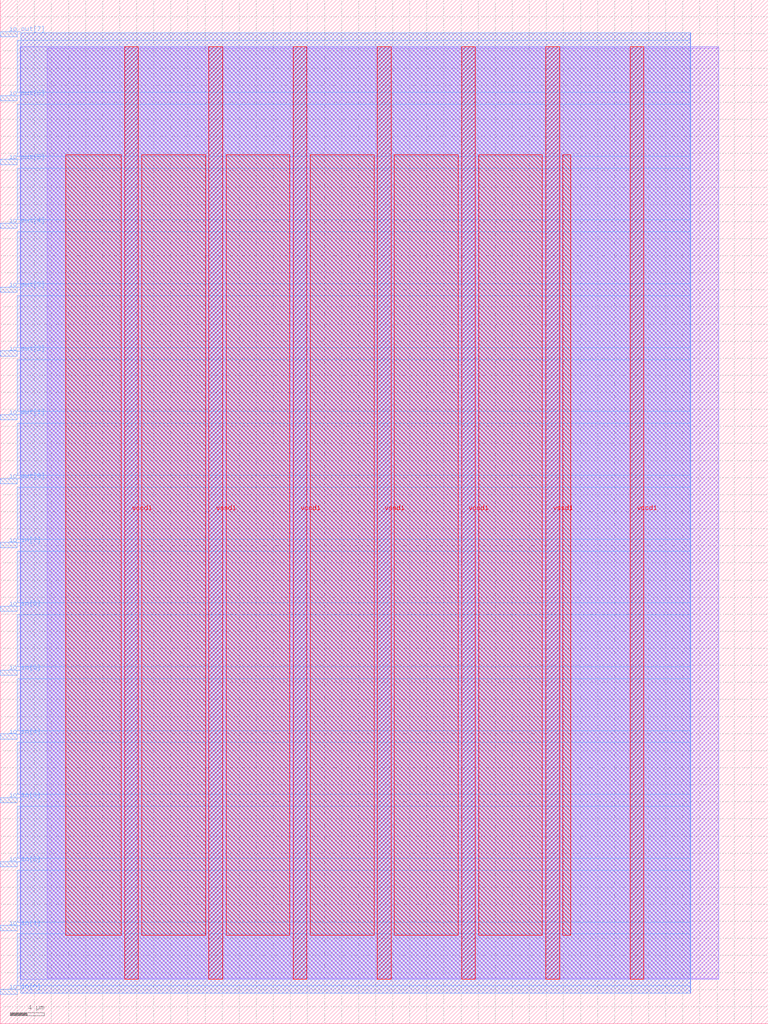
<source format=lef>
VERSION 5.7 ;
  NOWIREEXTENSIONATPIN ON ;
  DIVIDERCHAR "/" ;
  BUSBITCHARS "[]" ;
MACRO xyz_peppergray_Potato1_top
  CLASS BLOCK ;
  FOREIGN xyz_peppergray_Potato1_top ;
  ORIGIN 0.000 0.000 ;
  SIZE 90.000 BY 120.000 ;
  PIN io_in[0]
    DIRECTION INPUT ;
    USE SIGNAL ;
    PORT
      LAYER met3 ;
        RECT 0.000 3.440 2.000 4.040 ;
    END
  END io_in[0]
  PIN io_in[1]
    DIRECTION INPUT ;
    USE SIGNAL ;
    PORT
      LAYER met3 ;
        RECT 0.000 10.920 2.000 11.520 ;
    END
  END io_in[1]
  PIN io_in[2]
    DIRECTION INPUT ;
    USE SIGNAL ;
    PORT
      LAYER met3 ;
        RECT 0.000 18.400 2.000 19.000 ;
    END
  END io_in[2]
  PIN io_in[3]
    DIRECTION INPUT ;
    USE SIGNAL ;
    PORT
      LAYER met3 ;
        RECT 0.000 25.880 2.000 26.480 ;
    END
  END io_in[3]
  PIN io_in[4]
    DIRECTION INPUT ;
    USE SIGNAL ;
    PORT
      LAYER met3 ;
        RECT 0.000 33.360 2.000 33.960 ;
    END
  END io_in[4]
  PIN io_in[5]
    DIRECTION INPUT ;
    USE SIGNAL ;
    PORT
      LAYER met3 ;
        RECT 0.000 40.840 2.000 41.440 ;
    END
  END io_in[5]
  PIN io_in[6]
    DIRECTION INPUT ;
    USE SIGNAL ;
    PORT
      LAYER met3 ;
        RECT 0.000 48.320 2.000 48.920 ;
    END
  END io_in[6]
  PIN io_in[7]
    DIRECTION INPUT ;
    USE SIGNAL ;
    PORT
      LAYER met3 ;
        RECT 0.000 55.800 2.000 56.400 ;
    END
  END io_in[7]
  PIN io_out[0]
    DIRECTION OUTPUT TRISTATE ;
    USE SIGNAL ;
    PORT
      LAYER met3 ;
        RECT 0.000 63.280 2.000 63.880 ;
    END
  END io_out[0]
  PIN io_out[1]
    DIRECTION OUTPUT TRISTATE ;
    USE SIGNAL ;
    PORT
      LAYER met3 ;
        RECT 0.000 70.760 2.000 71.360 ;
    END
  END io_out[1]
  PIN io_out[2]
    DIRECTION OUTPUT TRISTATE ;
    USE SIGNAL ;
    PORT
      LAYER met3 ;
        RECT 0.000 78.240 2.000 78.840 ;
    END
  END io_out[2]
  PIN io_out[3]
    DIRECTION OUTPUT TRISTATE ;
    USE SIGNAL ;
    PORT
      LAYER met3 ;
        RECT 0.000 85.720 2.000 86.320 ;
    END
  END io_out[3]
  PIN io_out[4]
    DIRECTION OUTPUT TRISTATE ;
    USE SIGNAL ;
    PORT
      LAYER met3 ;
        RECT 0.000 93.200 2.000 93.800 ;
    END
  END io_out[4]
  PIN io_out[5]
    DIRECTION OUTPUT TRISTATE ;
    USE SIGNAL ;
    PORT
      LAYER met3 ;
        RECT 0.000 100.680 2.000 101.280 ;
    END
  END io_out[5]
  PIN io_out[6]
    DIRECTION OUTPUT TRISTATE ;
    USE SIGNAL ;
    PORT
      LAYER met3 ;
        RECT 0.000 108.160 2.000 108.760 ;
    END
  END io_out[6]
  PIN io_out[7]
    DIRECTION OUTPUT TRISTATE ;
    USE SIGNAL ;
    PORT
      LAYER met3 ;
        RECT 0.000 115.640 2.000 116.240 ;
    END
  END io_out[7]
  PIN vccd1
    DIRECTION INOUT ;
    USE POWER ;
    PORT
      LAYER met4 ;
        RECT 14.590 5.200 16.190 114.480 ;
    END
    PORT
      LAYER met4 ;
        RECT 34.330 5.200 35.930 114.480 ;
    END
    PORT
      LAYER met4 ;
        RECT 54.070 5.200 55.670 114.480 ;
    END
    PORT
      LAYER met4 ;
        RECT 73.810 5.200 75.410 114.480 ;
    END
  END vccd1
  PIN vssd1
    DIRECTION INOUT ;
    USE GROUND ;
    PORT
      LAYER met4 ;
        RECT 24.460 5.200 26.060 114.480 ;
    END
    PORT
      LAYER met4 ;
        RECT 44.200 5.200 45.800 114.480 ;
    END
    PORT
      LAYER met4 ;
        RECT 63.940 5.200 65.540 114.480 ;
    END
  END vssd1
  OBS
      LAYER li1 ;
        RECT 5.520 5.355 84.180 114.325 ;
      LAYER met1 ;
        RECT 2.370 5.200 84.180 114.480 ;
      LAYER met2 ;
        RECT 2.400 3.555 80.870 116.125 ;
      LAYER met3 ;
        RECT 2.400 115.240 80.895 116.105 ;
        RECT 2.000 109.160 80.895 115.240 ;
        RECT 2.400 107.760 80.895 109.160 ;
        RECT 2.000 101.680 80.895 107.760 ;
        RECT 2.400 100.280 80.895 101.680 ;
        RECT 2.000 94.200 80.895 100.280 ;
        RECT 2.400 92.800 80.895 94.200 ;
        RECT 2.000 86.720 80.895 92.800 ;
        RECT 2.400 85.320 80.895 86.720 ;
        RECT 2.000 79.240 80.895 85.320 ;
        RECT 2.400 77.840 80.895 79.240 ;
        RECT 2.000 71.760 80.895 77.840 ;
        RECT 2.400 70.360 80.895 71.760 ;
        RECT 2.000 64.280 80.895 70.360 ;
        RECT 2.400 62.880 80.895 64.280 ;
        RECT 2.000 56.800 80.895 62.880 ;
        RECT 2.400 55.400 80.895 56.800 ;
        RECT 2.000 49.320 80.895 55.400 ;
        RECT 2.400 47.920 80.895 49.320 ;
        RECT 2.000 41.840 80.895 47.920 ;
        RECT 2.400 40.440 80.895 41.840 ;
        RECT 2.000 34.360 80.895 40.440 ;
        RECT 2.400 32.960 80.895 34.360 ;
        RECT 2.000 26.880 80.895 32.960 ;
        RECT 2.400 25.480 80.895 26.880 ;
        RECT 2.000 19.400 80.895 25.480 ;
        RECT 2.400 18.000 80.895 19.400 ;
        RECT 2.000 11.920 80.895 18.000 ;
        RECT 2.400 10.520 80.895 11.920 ;
        RECT 2.000 4.440 80.895 10.520 ;
        RECT 2.400 3.575 80.895 4.440 ;
      LAYER met4 ;
        RECT 7.655 10.375 14.190 101.825 ;
        RECT 16.590 10.375 24.060 101.825 ;
        RECT 26.460 10.375 33.930 101.825 ;
        RECT 36.330 10.375 43.800 101.825 ;
        RECT 46.200 10.375 53.670 101.825 ;
        RECT 56.070 10.375 63.540 101.825 ;
        RECT 65.940 10.375 66.865 101.825 ;
  END
END xyz_peppergray_Potato1_top
END LIBRARY


</source>
